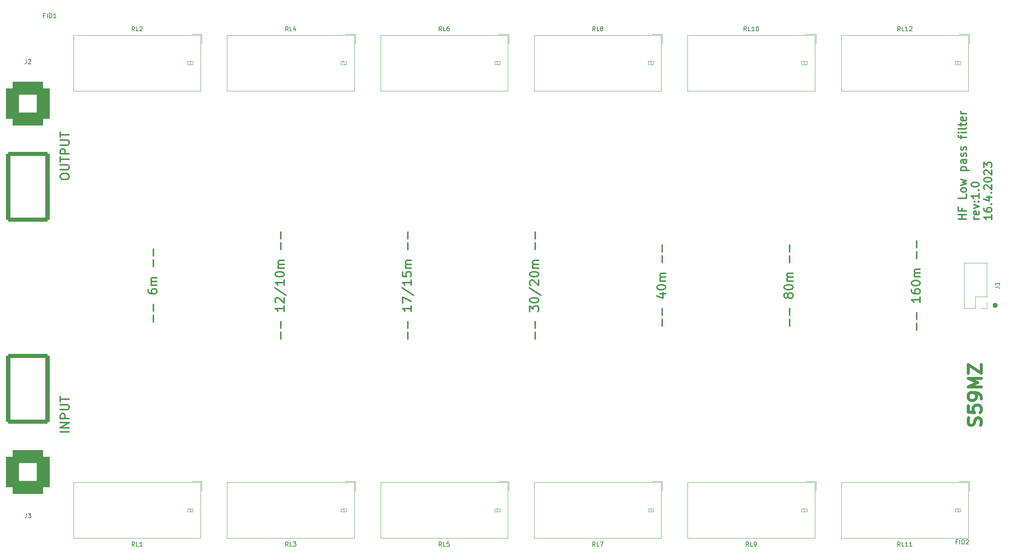
<source format=gto>
G04 #@! TF.GenerationSoftware,KiCad,Pcbnew,7.0.9-7.0.9~ubuntu20.04.1*
G04 #@! TF.CreationDate,2023-12-17T16:45:51+01:00*
G04 #@! TF.ProjectId,low_pass,6c6f775f-7061-4737-932e-6b696361645f,1.0*
G04 #@! TF.SameCoordinates,Original*
G04 #@! TF.FileFunction,Legend,Top*
G04 #@! TF.FilePolarity,Positive*
%FSLAX46Y46*%
G04 Gerber Fmt 4.6, Leading zero omitted, Abs format (unit mm)*
G04 Created by KiCad (PCBNEW 7.0.9-7.0.9~ubuntu20.04.1) date 2023-12-17 16:45:51*
%MOMM*%
%LPD*%
G01*
G04 APERTURE LIST*
G04 Aperture macros list*
%AMRoundRect*
0 Rectangle with rounded corners*
0 $1 Rounding radius*
0 $2 $3 $4 $5 $6 $7 $8 $9 X,Y pos of 4 corners*
0 Add a 4 corners polygon primitive as box body*
4,1,4,$2,$3,$4,$5,$6,$7,$8,$9,$2,$3,0*
0 Add four circle primitives for the rounded corners*
1,1,$1+$1,$2,$3*
1,1,$1+$1,$4,$5*
1,1,$1+$1,$6,$7*
1,1,$1+$1,$8,$9*
0 Add four rect primitives between the rounded corners*
20,1,$1+$1,$2,$3,$4,$5,0*
20,1,$1+$1,$4,$5,$6,$7,0*
20,1,$1+$1,$6,$7,$8,$9,0*
20,1,$1+$1,$8,$9,$2,$3,0*%
G04 Aperture macros list end*
%ADD10C,0.575000*%
%ADD11C,0.300000*%
%ADD12C,0.700000*%
%ADD13C,0.150000*%
%ADD14C,0.120000*%
%ADD15C,2.000000*%
%ADD16C,5.600000*%
%ADD17R,2.500000X2.500000*%
%ADD18O,2.500000X2.500000*%
%ADD19RoundRect,1.500000X-3.500000X3.500000X-3.500000X-3.500000X3.500000X-3.500000X3.500000X3.500000X0*%
%ADD20RoundRect,0.500000X-4.500000X7.500000X-4.500000X-7.500000X4.500000X-7.500000X4.500000X7.500000X0*%
%ADD21RoundRect,1.500000X3.500000X-3.500000X3.500000X3.500000X-3.500000X3.500000X-3.500000X-3.500000X0*%
%ADD22RoundRect,0.500000X4.500000X-7.500000X4.500000X7.500000X-4.500000X7.500000X-4.500000X-7.500000X0*%
%ADD23R,1.700000X1.700000*%
%ADD24O,1.700000X1.700000*%
%ADD25C,5.000000*%
G04 APERTURE END LIST*
D10*
X261787500Y-94000000D02*
G75*
G03*
X261787500Y-94000000I-287500J0D01*
G01*
D11*
X254919114Y-74374060D02*
X253119114Y-74374060D01*
X253976257Y-74374060D02*
X253976257Y-73345489D01*
X254919114Y-73345489D02*
X253119114Y-73345489D01*
X253976257Y-71888346D02*
X253976257Y-72488346D01*
X254919114Y-72488346D02*
X253119114Y-72488346D01*
X253119114Y-72488346D02*
X253119114Y-71631203D01*
X254919114Y-68716917D02*
X254919114Y-69574060D01*
X254919114Y-69574060D02*
X253119114Y-69574060D01*
X254919114Y-67859774D02*
X254833400Y-68031203D01*
X254833400Y-68031203D02*
X254747685Y-68116917D01*
X254747685Y-68116917D02*
X254576257Y-68202631D01*
X254576257Y-68202631D02*
X254061971Y-68202631D01*
X254061971Y-68202631D02*
X253890542Y-68116917D01*
X253890542Y-68116917D02*
X253804828Y-68031203D01*
X253804828Y-68031203D02*
X253719114Y-67859774D01*
X253719114Y-67859774D02*
X253719114Y-67602631D01*
X253719114Y-67602631D02*
X253804828Y-67431203D01*
X253804828Y-67431203D02*
X253890542Y-67345489D01*
X253890542Y-67345489D02*
X254061971Y-67259774D01*
X254061971Y-67259774D02*
X254576257Y-67259774D01*
X254576257Y-67259774D02*
X254747685Y-67345489D01*
X254747685Y-67345489D02*
X254833400Y-67431203D01*
X254833400Y-67431203D02*
X254919114Y-67602631D01*
X254919114Y-67602631D02*
X254919114Y-67859774D01*
X253719114Y-66659775D02*
X254919114Y-66316918D01*
X254919114Y-66316918D02*
X254061971Y-65974060D01*
X254061971Y-65974060D02*
X254919114Y-65631203D01*
X254919114Y-65631203D02*
X253719114Y-65288346D01*
X253719114Y-63231203D02*
X255519114Y-63231203D01*
X253804828Y-63231203D02*
X253719114Y-63059775D01*
X253719114Y-63059775D02*
X253719114Y-62716917D01*
X253719114Y-62716917D02*
X253804828Y-62545489D01*
X253804828Y-62545489D02*
X253890542Y-62459775D01*
X253890542Y-62459775D02*
X254061971Y-62374060D01*
X254061971Y-62374060D02*
X254576257Y-62374060D01*
X254576257Y-62374060D02*
X254747685Y-62459775D01*
X254747685Y-62459775D02*
X254833400Y-62545489D01*
X254833400Y-62545489D02*
X254919114Y-62716917D01*
X254919114Y-62716917D02*
X254919114Y-63059775D01*
X254919114Y-63059775D02*
X254833400Y-63231203D01*
X254919114Y-60831204D02*
X253976257Y-60831204D01*
X253976257Y-60831204D02*
X253804828Y-60916918D01*
X253804828Y-60916918D02*
X253719114Y-61088346D01*
X253719114Y-61088346D02*
X253719114Y-61431204D01*
X253719114Y-61431204D02*
X253804828Y-61602632D01*
X254833400Y-60831204D02*
X254919114Y-61002632D01*
X254919114Y-61002632D02*
X254919114Y-61431204D01*
X254919114Y-61431204D02*
X254833400Y-61602632D01*
X254833400Y-61602632D02*
X254661971Y-61688346D01*
X254661971Y-61688346D02*
X254490542Y-61688346D01*
X254490542Y-61688346D02*
X254319114Y-61602632D01*
X254319114Y-61602632D02*
X254233400Y-61431204D01*
X254233400Y-61431204D02*
X254233400Y-61002632D01*
X254233400Y-61002632D02*
X254147685Y-60831204D01*
X254833400Y-60059775D02*
X254919114Y-59888347D01*
X254919114Y-59888347D02*
X254919114Y-59545490D01*
X254919114Y-59545490D02*
X254833400Y-59374061D01*
X254833400Y-59374061D02*
X254661971Y-59288347D01*
X254661971Y-59288347D02*
X254576257Y-59288347D01*
X254576257Y-59288347D02*
X254404828Y-59374061D01*
X254404828Y-59374061D02*
X254319114Y-59545490D01*
X254319114Y-59545490D02*
X254319114Y-59802633D01*
X254319114Y-59802633D02*
X254233400Y-59974061D01*
X254233400Y-59974061D02*
X254061971Y-60059775D01*
X254061971Y-60059775D02*
X253976257Y-60059775D01*
X253976257Y-60059775D02*
X253804828Y-59974061D01*
X253804828Y-59974061D02*
X253719114Y-59802633D01*
X253719114Y-59802633D02*
X253719114Y-59545490D01*
X253719114Y-59545490D02*
X253804828Y-59374061D01*
X254833400Y-58602632D02*
X254919114Y-58431204D01*
X254919114Y-58431204D02*
X254919114Y-58088347D01*
X254919114Y-58088347D02*
X254833400Y-57916918D01*
X254833400Y-57916918D02*
X254661971Y-57831204D01*
X254661971Y-57831204D02*
X254576257Y-57831204D01*
X254576257Y-57831204D02*
X254404828Y-57916918D01*
X254404828Y-57916918D02*
X254319114Y-58088347D01*
X254319114Y-58088347D02*
X254319114Y-58345490D01*
X254319114Y-58345490D02*
X254233400Y-58516918D01*
X254233400Y-58516918D02*
X254061971Y-58602632D01*
X254061971Y-58602632D02*
X253976257Y-58602632D01*
X253976257Y-58602632D02*
X253804828Y-58516918D01*
X253804828Y-58516918D02*
X253719114Y-58345490D01*
X253719114Y-58345490D02*
X253719114Y-58088347D01*
X253719114Y-58088347D02*
X253804828Y-57916918D01*
X253719114Y-55945489D02*
X253719114Y-55259775D01*
X254919114Y-55688346D02*
X253376257Y-55688346D01*
X253376257Y-55688346D02*
X253204828Y-55602632D01*
X253204828Y-55602632D02*
X253119114Y-55431203D01*
X253119114Y-55431203D02*
X253119114Y-55259775D01*
X254919114Y-54659775D02*
X253719114Y-54659775D01*
X253119114Y-54659775D02*
X253204828Y-54745489D01*
X253204828Y-54745489D02*
X253290542Y-54659775D01*
X253290542Y-54659775D02*
X253204828Y-54574061D01*
X253204828Y-54574061D02*
X253119114Y-54659775D01*
X253119114Y-54659775D02*
X253290542Y-54659775D01*
X254919114Y-53545489D02*
X254833400Y-53716918D01*
X254833400Y-53716918D02*
X254661971Y-53802632D01*
X254661971Y-53802632D02*
X253119114Y-53802632D01*
X253719114Y-53116918D02*
X253719114Y-52431204D01*
X253119114Y-52859775D02*
X254661971Y-52859775D01*
X254661971Y-52859775D02*
X254833400Y-52774061D01*
X254833400Y-52774061D02*
X254919114Y-52602632D01*
X254919114Y-52602632D02*
X254919114Y-52431204D01*
X254833400Y-51145490D02*
X254919114Y-51316918D01*
X254919114Y-51316918D02*
X254919114Y-51659776D01*
X254919114Y-51659776D02*
X254833400Y-51831204D01*
X254833400Y-51831204D02*
X254661971Y-51916918D01*
X254661971Y-51916918D02*
X253976257Y-51916918D01*
X253976257Y-51916918D02*
X253804828Y-51831204D01*
X253804828Y-51831204D02*
X253719114Y-51659776D01*
X253719114Y-51659776D02*
X253719114Y-51316918D01*
X253719114Y-51316918D02*
X253804828Y-51145490D01*
X253804828Y-51145490D02*
X253976257Y-51059776D01*
X253976257Y-51059776D02*
X254147685Y-51059776D01*
X254147685Y-51059776D02*
X254319114Y-51916918D01*
X254919114Y-50288347D02*
X253719114Y-50288347D01*
X254061971Y-50288347D02*
X253890542Y-50202633D01*
X253890542Y-50202633D02*
X253804828Y-50116919D01*
X253804828Y-50116919D02*
X253719114Y-49945490D01*
X253719114Y-49945490D02*
X253719114Y-49774061D01*
X257817114Y-74374060D02*
X256617114Y-74374060D01*
X256959971Y-74374060D02*
X256788542Y-74288346D01*
X256788542Y-74288346D02*
X256702828Y-74202632D01*
X256702828Y-74202632D02*
X256617114Y-74031203D01*
X256617114Y-74031203D02*
X256617114Y-73859774D01*
X257731400Y-72574060D02*
X257817114Y-72745488D01*
X257817114Y-72745488D02*
X257817114Y-73088346D01*
X257817114Y-73088346D02*
X257731400Y-73259774D01*
X257731400Y-73259774D02*
X257559971Y-73345488D01*
X257559971Y-73345488D02*
X256874257Y-73345488D01*
X256874257Y-73345488D02*
X256702828Y-73259774D01*
X256702828Y-73259774D02*
X256617114Y-73088346D01*
X256617114Y-73088346D02*
X256617114Y-72745488D01*
X256617114Y-72745488D02*
X256702828Y-72574060D01*
X256702828Y-72574060D02*
X256874257Y-72488346D01*
X256874257Y-72488346D02*
X257045685Y-72488346D01*
X257045685Y-72488346D02*
X257217114Y-73345488D01*
X256617114Y-71888346D02*
X257817114Y-71459774D01*
X257817114Y-71459774D02*
X256617114Y-71031203D01*
X257645685Y-70345488D02*
X257731400Y-70259774D01*
X257731400Y-70259774D02*
X257817114Y-70345488D01*
X257817114Y-70345488D02*
X257731400Y-70431202D01*
X257731400Y-70431202D02*
X257645685Y-70345488D01*
X257645685Y-70345488D02*
X257817114Y-70345488D01*
X256702828Y-70345488D02*
X256788542Y-70259774D01*
X256788542Y-70259774D02*
X256874257Y-70345488D01*
X256874257Y-70345488D02*
X256788542Y-70431202D01*
X256788542Y-70431202D02*
X256702828Y-70345488D01*
X256702828Y-70345488D02*
X256874257Y-70345488D01*
X257817114Y-68545488D02*
X257817114Y-69574059D01*
X257817114Y-69059774D02*
X256017114Y-69059774D01*
X256017114Y-69059774D02*
X256274257Y-69231202D01*
X256274257Y-69231202D02*
X256445685Y-69402631D01*
X256445685Y-69402631D02*
X256531400Y-69574059D01*
X257645685Y-67774059D02*
X257731400Y-67688345D01*
X257731400Y-67688345D02*
X257817114Y-67774059D01*
X257817114Y-67774059D02*
X257731400Y-67859773D01*
X257731400Y-67859773D02*
X257645685Y-67774059D01*
X257645685Y-67774059D02*
X257817114Y-67774059D01*
X256017114Y-66574059D02*
X256017114Y-66402630D01*
X256017114Y-66402630D02*
X256102828Y-66231202D01*
X256102828Y-66231202D02*
X256188542Y-66145488D01*
X256188542Y-66145488D02*
X256359971Y-66059773D01*
X256359971Y-66059773D02*
X256702828Y-65974059D01*
X256702828Y-65974059D02*
X257131400Y-65974059D01*
X257131400Y-65974059D02*
X257474257Y-66059773D01*
X257474257Y-66059773D02*
X257645685Y-66145488D01*
X257645685Y-66145488D02*
X257731400Y-66231202D01*
X257731400Y-66231202D02*
X257817114Y-66402630D01*
X257817114Y-66402630D02*
X257817114Y-66574059D01*
X257817114Y-66574059D02*
X257731400Y-66745488D01*
X257731400Y-66745488D02*
X257645685Y-66831202D01*
X257645685Y-66831202D02*
X257474257Y-66916916D01*
X257474257Y-66916916D02*
X257131400Y-67002630D01*
X257131400Y-67002630D02*
X256702828Y-67002630D01*
X256702828Y-67002630D02*
X256359971Y-66916916D01*
X256359971Y-66916916D02*
X256188542Y-66831202D01*
X256188542Y-66831202D02*
X256102828Y-66745488D01*
X256102828Y-66745488D02*
X256017114Y-66574059D01*
X260715114Y-73431203D02*
X260715114Y-74459774D01*
X260715114Y-73945489D02*
X258915114Y-73945489D01*
X258915114Y-73945489D02*
X259172257Y-74116917D01*
X259172257Y-74116917D02*
X259343685Y-74288346D01*
X259343685Y-74288346D02*
X259429400Y-74459774D01*
X258915114Y-71888346D02*
X258915114Y-72231203D01*
X258915114Y-72231203D02*
X259000828Y-72402631D01*
X259000828Y-72402631D02*
X259086542Y-72488346D01*
X259086542Y-72488346D02*
X259343685Y-72659774D01*
X259343685Y-72659774D02*
X259686542Y-72745488D01*
X259686542Y-72745488D02*
X260372257Y-72745488D01*
X260372257Y-72745488D02*
X260543685Y-72659774D01*
X260543685Y-72659774D02*
X260629400Y-72574060D01*
X260629400Y-72574060D02*
X260715114Y-72402631D01*
X260715114Y-72402631D02*
X260715114Y-72059774D01*
X260715114Y-72059774D02*
X260629400Y-71888346D01*
X260629400Y-71888346D02*
X260543685Y-71802631D01*
X260543685Y-71802631D02*
X260372257Y-71716917D01*
X260372257Y-71716917D02*
X259943685Y-71716917D01*
X259943685Y-71716917D02*
X259772257Y-71802631D01*
X259772257Y-71802631D02*
X259686542Y-71888346D01*
X259686542Y-71888346D02*
X259600828Y-72059774D01*
X259600828Y-72059774D02*
X259600828Y-72402631D01*
X259600828Y-72402631D02*
X259686542Y-72574060D01*
X259686542Y-72574060D02*
X259772257Y-72659774D01*
X259772257Y-72659774D02*
X259943685Y-72745488D01*
X260543685Y-70945488D02*
X260629400Y-70859774D01*
X260629400Y-70859774D02*
X260715114Y-70945488D01*
X260715114Y-70945488D02*
X260629400Y-71031202D01*
X260629400Y-71031202D02*
X260543685Y-70945488D01*
X260543685Y-70945488D02*
X260715114Y-70945488D01*
X259515114Y-69316917D02*
X260715114Y-69316917D01*
X258829400Y-69745488D02*
X260115114Y-70174059D01*
X260115114Y-70174059D02*
X260115114Y-69059774D01*
X260543685Y-68374059D02*
X260629400Y-68288345D01*
X260629400Y-68288345D02*
X260715114Y-68374059D01*
X260715114Y-68374059D02*
X260629400Y-68459773D01*
X260629400Y-68459773D02*
X260543685Y-68374059D01*
X260543685Y-68374059D02*
X260715114Y-68374059D01*
X259086542Y-67602630D02*
X259000828Y-67516916D01*
X259000828Y-67516916D02*
X258915114Y-67345488D01*
X258915114Y-67345488D02*
X258915114Y-66916916D01*
X258915114Y-66916916D02*
X259000828Y-66745488D01*
X259000828Y-66745488D02*
X259086542Y-66659773D01*
X259086542Y-66659773D02*
X259257971Y-66574059D01*
X259257971Y-66574059D02*
X259429400Y-66574059D01*
X259429400Y-66574059D02*
X259686542Y-66659773D01*
X259686542Y-66659773D02*
X260715114Y-67688345D01*
X260715114Y-67688345D02*
X260715114Y-66574059D01*
X258915114Y-65459773D02*
X258915114Y-65288344D01*
X258915114Y-65288344D02*
X259000828Y-65116916D01*
X259000828Y-65116916D02*
X259086542Y-65031202D01*
X259086542Y-65031202D02*
X259257971Y-64945487D01*
X259257971Y-64945487D02*
X259600828Y-64859773D01*
X259600828Y-64859773D02*
X260029400Y-64859773D01*
X260029400Y-64859773D02*
X260372257Y-64945487D01*
X260372257Y-64945487D02*
X260543685Y-65031202D01*
X260543685Y-65031202D02*
X260629400Y-65116916D01*
X260629400Y-65116916D02*
X260715114Y-65288344D01*
X260715114Y-65288344D02*
X260715114Y-65459773D01*
X260715114Y-65459773D02*
X260629400Y-65631202D01*
X260629400Y-65631202D02*
X260543685Y-65716916D01*
X260543685Y-65716916D02*
X260372257Y-65802630D01*
X260372257Y-65802630D02*
X260029400Y-65888344D01*
X260029400Y-65888344D02*
X259600828Y-65888344D01*
X259600828Y-65888344D02*
X259257971Y-65802630D01*
X259257971Y-65802630D02*
X259086542Y-65716916D01*
X259086542Y-65716916D02*
X259000828Y-65631202D01*
X259000828Y-65631202D02*
X258915114Y-65459773D01*
X259086542Y-64174058D02*
X259000828Y-64088344D01*
X259000828Y-64088344D02*
X258915114Y-63916916D01*
X258915114Y-63916916D02*
X258915114Y-63488344D01*
X258915114Y-63488344D02*
X259000828Y-63316916D01*
X259000828Y-63316916D02*
X259086542Y-63231201D01*
X259086542Y-63231201D02*
X259257971Y-63145487D01*
X259257971Y-63145487D02*
X259429400Y-63145487D01*
X259429400Y-63145487D02*
X259686542Y-63231201D01*
X259686542Y-63231201D02*
X260715114Y-64259773D01*
X260715114Y-64259773D02*
X260715114Y-63145487D01*
X258915114Y-62545487D02*
X258915114Y-61431201D01*
X258915114Y-61431201D02*
X259600828Y-62031201D01*
X259600828Y-62031201D02*
X259600828Y-61774058D01*
X259600828Y-61774058D02*
X259686542Y-61602630D01*
X259686542Y-61602630D02*
X259772257Y-61516915D01*
X259772257Y-61516915D02*
X259943685Y-61431201D01*
X259943685Y-61431201D02*
X260372257Y-61431201D01*
X260372257Y-61431201D02*
X260543685Y-61516915D01*
X260543685Y-61516915D02*
X260629400Y-61602630D01*
X260629400Y-61602630D02*
X260715114Y-61774058D01*
X260715114Y-61774058D02*
X260715114Y-62288344D01*
X260715114Y-62288344D02*
X260629400Y-62459772D01*
X260629400Y-62459772D02*
X260543685Y-62545487D01*
D12*
X258208600Y-121357142D02*
X258351457Y-120928571D01*
X258351457Y-120928571D02*
X258351457Y-120214285D01*
X258351457Y-120214285D02*
X258208600Y-119928571D01*
X258208600Y-119928571D02*
X258065742Y-119785713D01*
X258065742Y-119785713D02*
X257780028Y-119642856D01*
X257780028Y-119642856D02*
X257494314Y-119642856D01*
X257494314Y-119642856D02*
X257208600Y-119785713D01*
X257208600Y-119785713D02*
X257065742Y-119928571D01*
X257065742Y-119928571D02*
X256922885Y-120214285D01*
X256922885Y-120214285D02*
X256780028Y-120785713D01*
X256780028Y-120785713D02*
X256637171Y-121071428D01*
X256637171Y-121071428D02*
X256494314Y-121214285D01*
X256494314Y-121214285D02*
X256208600Y-121357142D01*
X256208600Y-121357142D02*
X255922885Y-121357142D01*
X255922885Y-121357142D02*
X255637171Y-121214285D01*
X255637171Y-121214285D02*
X255494314Y-121071428D01*
X255494314Y-121071428D02*
X255351457Y-120785713D01*
X255351457Y-120785713D02*
X255351457Y-120071428D01*
X255351457Y-120071428D02*
X255494314Y-119642856D01*
X255351457Y-116928570D02*
X255351457Y-118357142D01*
X255351457Y-118357142D02*
X256780028Y-118499999D01*
X256780028Y-118499999D02*
X256637171Y-118357142D01*
X256637171Y-118357142D02*
X256494314Y-118071428D01*
X256494314Y-118071428D02*
X256494314Y-117357142D01*
X256494314Y-117357142D02*
X256637171Y-117071428D01*
X256637171Y-117071428D02*
X256780028Y-116928570D01*
X256780028Y-116928570D02*
X257065742Y-116785713D01*
X257065742Y-116785713D02*
X257780028Y-116785713D01*
X257780028Y-116785713D02*
X258065742Y-116928570D01*
X258065742Y-116928570D02*
X258208600Y-117071428D01*
X258208600Y-117071428D02*
X258351457Y-117357142D01*
X258351457Y-117357142D02*
X258351457Y-118071428D01*
X258351457Y-118071428D02*
X258208600Y-118357142D01*
X258208600Y-118357142D02*
X258065742Y-118499999D01*
X258351457Y-115357142D02*
X258351457Y-114785713D01*
X258351457Y-114785713D02*
X258208600Y-114499999D01*
X258208600Y-114499999D02*
X258065742Y-114357142D01*
X258065742Y-114357142D02*
X257637171Y-114071427D01*
X257637171Y-114071427D02*
X257065742Y-113928570D01*
X257065742Y-113928570D02*
X255922885Y-113928570D01*
X255922885Y-113928570D02*
X255637171Y-114071427D01*
X255637171Y-114071427D02*
X255494314Y-114214285D01*
X255494314Y-114214285D02*
X255351457Y-114499999D01*
X255351457Y-114499999D02*
X255351457Y-115071427D01*
X255351457Y-115071427D02*
X255494314Y-115357142D01*
X255494314Y-115357142D02*
X255637171Y-115499999D01*
X255637171Y-115499999D02*
X255922885Y-115642856D01*
X255922885Y-115642856D02*
X256637171Y-115642856D01*
X256637171Y-115642856D02*
X256922885Y-115499999D01*
X256922885Y-115499999D02*
X257065742Y-115357142D01*
X257065742Y-115357142D02*
X257208600Y-115071427D01*
X257208600Y-115071427D02*
X257208600Y-114499999D01*
X257208600Y-114499999D02*
X257065742Y-114214285D01*
X257065742Y-114214285D02*
X256922885Y-114071427D01*
X256922885Y-114071427D02*
X256637171Y-113928570D01*
X258351457Y-112642856D02*
X255351457Y-112642856D01*
X255351457Y-112642856D02*
X257494314Y-111642856D01*
X257494314Y-111642856D02*
X255351457Y-110642856D01*
X255351457Y-110642856D02*
X258351457Y-110642856D01*
X255351457Y-109499999D02*
X255351457Y-107499999D01*
X255351457Y-107499999D02*
X258351457Y-109499999D01*
X258351457Y-109499999D02*
X258351457Y-107499999D01*
D13*
X252928571Y-147931009D02*
X252595238Y-147931009D01*
X252595238Y-148454819D02*
X252595238Y-147454819D01*
X252595238Y-147454819D02*
X253071428Y-147454819D01*
X253452381Y-148454819D02*
X253452381Y-147454819D01*
X253928571Y-148454819D02*
X253928571Y-147454819D01*
X253928571Y-147454819D02*
X254166666Y-147454819D01*
X254166666Y-147454819D02*
X254309523Y-147502438D01*
X254309523Y-147502438D02*
X254404761Y-147597676D01*
X254404761Y-147597676D02*
X254452380Y-147692914D01*
X254452380Y-147692914D02*
X254499999Y-147883390D01*
X254499999Y-147883390D02*
X254499999Y-148026247D01*
X254499999Y-148026247D02*
X254452380Y-148216723D01*
X254452380Y-148216723D02*
X254404761Y-148311961D01*
X254404761Y-148311961D02*
X254309523Y-148407200D01*
X254309523Y-148407200D02*
X254166666Y-148454819D01*
X254166666Y-148454819D02*
X253928571Y-148454819D01*
X254880952Y-147550057D02*
X254928571Y-147502438D01*
X254928571Y-147502438D02*
X255023809Y-147454819D01*
X255023809Y-147454819D02*
X255261904Y-147454819D01*
X255261904Y-147454819D02*
X255357142Y-147502438D01*
X255357142Y-147502438D02*
X255404761Y-147550057D01*
X255404761Y-147550057D02*
X255452380Y-147645295D01*
X255452380Y-147645295D02*
X255452380Y-147740533D01*
X255452380Y-147740533D02*
X255404761Y-147883390D01*
X255404761Y-147883390D02*
X254833333Y-148454819D01*
X254833333Y-148454819D02*
X255452380Y-148454819D01*
X135328571Y-31454819D02*
X134995238Y-30978628D01*
X134757143Y-31454819D02*
X134757143Y-30454819D01*
X134757143Y-30454819D02*
X135138095Y-30454819D01*
X135138095Y-30454819D02*
X135233333Y-30502438D01*
X135233333Y-30502438D02*
X135280952Y-30550057D01*
X135280952Y-30550057D02*
X135328571Y-30645295D01*
X135328571Y-30645295D02*
X135328571Y-30788152D01*
X135328571Y-30788152D02*
X135280952Y-30883390D01*
X135280952Y-30883390D02*
X135233333Y-30931009D01*
X135233333Y-30931009D02*
X135138095Y-30978628D01*
X135138095Y-30978628D02*
X134757143Y-30978628D01*
X136233333Y-31454819D02*
X135757143Y-31454819D01*
X135757143Y-31454819D02*
X135757143Y-30454819D01*
X136995238Y-30454819D02*
X136804762Y-30454819D01*
X136804762Y-30454819D02*
X136709524Y-30502438D01*
X136709524Y-30502438D02*
X136661905Y-30550057D01*
X136661905Y-30550057D02*
X136566667Y-30692914D01*
X136566667Y-30692914D02*
X136519048Y-30883390D01*
X136519048Y-30883390D02*
X136519048Y-31264342D01*
X136519048Y-31264342D02*
X136566667Y-31359580D01*
X136566667Y-31359580D02*
X136614286Y-31407200D01*
X136614286Y-31407200D02*
X136709524Y-31454819D01*
X136709524Y-31454819D02*
X136900000Y-31454819D01*
X136900000Y-31454819D02*
X136995238Y-31407200D01*
X136995238Y-31407200D02*
X137042857Y-31359580D01*
X137042857Y-31359580D02*
X137090476Y-31264342D01*
X137090476Y-31264342D02*
X137090476Y-31026247D01*
X137090476Y-31026247D02*
X137042857Y-30931009D01*
X137042857Y-30931009D02*
X136995238Y-30883390D01*
X136995238Y-30883390D02*
X136900000Y-30835771D01*
X136900000Y-30835771D02*
X136709524Y-30835771D01*
X136709524Y-30835771D02*
X136614286Y-30883390D01*
X136614286Y-30883390D02*
X136566667Y-30931009D01*
X136566667Y-30931009D02*
X136519048Y-31026247D01*
X40666666Y-141454819D02*
X40666666Y-142169104D01*
X40666666Y-142169104D02*
X40619047Y-142311961D01*
X40619047Y-142311961D02*
X40523809Y-142407200D01*
X40523809Y-142407200D02*
X40380952Y-142454819D01*
X40380952Y-142454819D02*
X40285714Y-142454819D01*
X41047619Y-141454819D02*
X41666666Y-141454819D01*
X41666666Y-141454819D02*
X41333333Y-141835771D01*
X41333333Y-141835771D02*
X41476190Y-141835771D01*
X41476190Y-141835771D02*
X41571428Y-141883390D01*
X41571428Y-141883390D02*
X41619047Y-141931009D01*
X41619047Y-141931009D02*
X41666666Y-142026247D01*
X41666666Y-142026247D02*
X41666666Y-142264342D01*
X41666666Y-142264342D02*
X41619047Y-142359580D01*
X41619047Y-142359580D02*
X41571428Y-142407200D01*
X41571428Y-142407200D02*
X41476190Y-142454819D01*
X41476190Y-142454819D02*
X41190476Y-142454819D01*
X41190476Y-142454819D02*
X41095238Y-142407200D01*
X41095238Y-142407200D02*
X41047619Y-142359580D01*
D11*
X50409638Y-122857142D02*
X48409638Y-122857142D01*
X50409638Y-121904761D02*
X48409638Y-121904761D01*
X48409638Y-121904761D02*
X50409638Y-120761904D01*
X50409638Y-120761904D02*
X48409638Y-120761904D01*
X50409638Y-119809523D02*
X48409638Y-119809523D01*
X48409638Y-119809523D02*
X48409638Y-119047618D01*
X48409638Y-119047618D02*
X48504876Y-118857142D01*
X48504876Y-118857142D02*
X48600114Y-118761904D01*
X48600114Y-118761904D02*
X48790590Y-118666666D01*
X48790590Y-118666666D02*
X49076304Y-118666666D01*
X49076304Y-118666666D02*
X49266780Y-118761904D01*
X49266780Y-118761904D02*
X49362019Y-118857142D01*
X49362019Y-118857142D02*
X49457257Y-119047618D01*
X49457257Y-119047618D02*
X49457257Y-119809523D01*
X48409638Y-117809523D02*
X50028685Y-117809523D01*
X50028685Y-117809523D02*
X50219161Y-117714285D01*
X50219161Y-117714285D02*
X50314400Y-117619047D01*
X50314400Y-117619047D02*
X50409638Y-117428571D01*
X50409638Y-117428571D02*
X50409638Y-117047618D01*
X50409638Y-117047618D02*
X50314400Y-116857142D01*
X50314400Y-116857142D02*
X50219161Y-116761904D01*
X50219161Y-116761904D02*
X50028685Y-116666666D01*
X50028685Y-116666666D02*
X48409638Y-116666666D01*
X48409638Y-115999999D02*
X48409638Y-114857142D01*
X50409638Y-115428571D02*
X48409638Y-115428571D01*
D13*
X239852380Y-31454819D02*
X239519047Y-30978628D01*
X239280952Y-31454819D02*
X239280952Y-30454819D01*
X239280952Y-30454819D02*
X239661904Y-30454819D01*
X239661904Y-30454819D02*
X239757142Y-30502438D01*
X239757142Y-30502438D02*
X239804761Y-30550057D01*
X239804761Y-30550057D02*
X239852380Y-30645295D01*
X239852380Y-30645295D02*
X239852380Y-30788152D01*
X239852380Y-30788152D02*
X239804761Y-30883390D01*
X239804761Y-30883390D02*
X239757142Y-30931009D01*
X239757142Y-30931009D02*
X239661904Y-30978628D01*
X239661904Y-30978628D02*
X239280952Y-30978628D01*
X240757142Y-31454819D02*
X240280952Y-31454819D01*
X240280952Y-31454819D02*
X240280952Y-30454819D01*
X241614285Y-31454819D02*
X241042857Y-31454819D01*
X241328571Y-31454819D02*
X241328571Y-30454819D01*
X241328571Y-30454819D02*
X241233333Y-30597676D01*
X241233333Y-30597676D02*
X241138095Y-30692914D01*
X241138095Y-30692914D02*
X241042857Y-30740533D01*
X241995238Y-30550057D02*
X242042857Y-30502438D01*
X242042857Y-30502438D02*
X242138095Y-30454819D01*
X242138095Y-30454819D02*
X242376190Y-30454819D01*
X242376190Y-30454819D02*
X242471428Y-30502438D01*
X242471428Y-30502438D02*
X242519047Y-30550057D01*
X242519047Y-30550057D02*
X242566666Y-30645295D01*
X242566666Y-30645295D02*
X242566666Y-30740533D01*
X242566666Y-30740533D02*
X242519047Y-30883390D01*
X242519047Y-30883390D02*
X241947619Y-31454819D01*
X241947619Y-31454819D02*
X242566666Y-31454819D01*
X170328571Y-148954819D02*
X169995238Y-148478628D01*
X169757143Y-148954819D02*
X169757143Y-147954819D01*
X169757143Y-147954819D02*
X170138095Y-147954819D01*
X170138095Y-147954819D02*
X170233333Y-148002438D01*
X170233333Y-148002438D02*
X170280952Y-148050057D01*
X170280952Y-148050057D02*
X170328571Y-148145295D01*
X170328571Y-148145295D02*
X170328571Y-148288152D01*
X170328571Y-148288152D02*
X170280952Y-148383390D01*
X170280952Y-148383390D02*
X170233333Y-148431009D01*
X170233333Y-148431009D02*
X170138095Y-148478628D01*
X170138095Y-148478628D02*
X169757143Y-148478628D01*
X171233333Y-148954819D02*
X170757143Y-148954819D01*
X170757143Y-148954819D02*
X170757143Y-147954819D01*
X171471429Y-147954819D02*
X172138095Y-147954819D01*
X172138095Y-147954819D02*
X171709524Y-148954819D01*
X100328571Y-148954819D02*
X99995238Y-148478628D01*
X99757143Y-148954819D02*
X99757143Y-147954819D01*
X99757143Y-147954819D02*
X100138095Y-147954819D01*
X100138095Y-147954819D02*
X100233333Y-148002438D01*
X100233333Y-148002438D02*
X100280952Y-148050057D01*
X100280952Y-148050057D02*
X100328571Y-148145295D01*
X100328571Y-148145295D02*
X100328571Y-148288152D01*
X100328571Y-148288152D02*
X100280952Y-148383390D01*
X100280952Y-148383390D02*
X100233333Y-148431009D01*
X100233333Y-148431009D02*
X100138095Y-148478628D01*
X100138095Y-148478628D02*
X99757143Y-148478628D01*
X101233333Y-148954819D02*
X100757143Y-148954819D01*
X100757143Y-148954819D02*
X100757143Y-147954819D01*
X101471429Y-147954819D02*
X102090476Y-147954819D01*
X102090476Y-147954819D02*
X101757143Y-148335771D01*
X101757143Y-148335771D02*
X101900000Y-148335771D01*
X101900000Y-148335771D02*
X101995238Y-148383390D01*
X101995238Y-148383390D02*
X102042857Y-148431009D01*
X102042857Y-148431009D02*
X102090476Y-148526247D01*
X102090476Y-148526247D02*
X102090476Y-148764342D01*
X102090476Y-148764342D02*
X102042857Y-148859580D01*
X102042857Y-148859580D02*
X101995238Y-148907200D01*
X101995238Y-148907200D02*
X101900000Y-148954819D01*
X101900000Y-148954819D02*
X101614286Y-148954819D01*
X101614286Y-148954819D02*
X101519048Y-148907200D01*
X101519048Y-148907200D02*
X101471429Y-148859580D01*
X204852380Y-31454819D02*
X204519047Y-30978628D01*
X204280952Y-31454819D02*
X204280952Y-30454819D01*
X204280952Y-30454819D02*
X204661904Y-30454819D01*
X204661904Y-30454819D02*
X204757142Y-30502438D01*
X204757142Y-30502438D02*
X204804761Y-30550057D01*
X204804761Y-30550057D02*
X204852380Y-30645295D01*
X204852380Y-30645295D02*
X204852380Y-30788152D01*
X204852380Y-30788152D02*
X204804761Y-30883390D01*
X204804761Y-30883390D02*
X204757142Y-30931009D01*
X204757142Y-30931009D02*
X204661904Y-30978628D01*
X204661904Y-30978628D02*
X204280952Y-30978628D01*
X205757142Y-31454819D02*
X205280952Y-31454819D01*
X205280952Y-31454819D02*
X205280952Y-30454819D01*
X206614285Y-31454819D02*
X206042857Y-31454819D01*
X206328571Y-31454819D02*
X206328571Y-30454819D01*
X206328571Y-30454819D02*
X206233333Y-30597676D01*
X206233333Y-30597676D02*
X206138095Y-30692914D01*
X206138095Y-30692914D02*
X206042857Y-30740533D01*
X207233333Y-30454819D02*
X207328571Y-30454819D01*
X207328571Y-30454819D02*
X207423809Y-30502438D01*
X207423809Y-30502438D02*
X207471428Y-30550057D01*
X207471428Y-30550057D02*
X207519047Y-30645295D01*
X207519047Y-30645295D02*
X207566666Y-30835771D01*
X207566666Y-30835771D02*
X207566666Y-31073866D01*
X207566666Y-31073866D02*
X207519047Y-31264342D01*
X207519047Y-31264342D02*
X207471428Y-31359580D01*
X207471428Y-31359580D02*
X207423809Y-31407200D01*
X207423809Y-31407200D02*
X207328571Y-31454819D01*
X207328571Y-31454819D02*
X207233333Y-31454819D01*
X207233333Y-31454819D02*
X207138095Y-31407200D01*
X207138095Y-31407200D02*
X207090476Y-31359580D01*
X207090476Y-31359580D02*
X207042857Y-31264342D01*
X207042857Y-31264342D02*
X206995238Y-31073866D01*
X206995238Y-31073866D02*
X206995238Y-30835771D01*
X206995238Y-30835771D02*
X207042857Y-30645295D01*
X207042857Y-30645295D02*
X207090476Y-30550057D01*
X207090476Y-30550057D02*
X207138095Y-30502438D01*
X207138095Y-30502438D02*
X207233333Y-30454819D01*
X100328571Y-31454819D02*
X99995238Y-30978628D01*
X99757143Y-31454819D02*
X99757143Y-30454819D01*
X99757143Y-30454819D02*
X100138095Y-30454819D01*
X100138095Y-30454819D02*
X100233333Y-30502438D01*
X100233333Y-30502438D02*
X100280952Y-30550057D01*
X100280952Y-30550057D02*
X100328571Y-30645295D01*
X100328571Y-30645295D02*
X100328571Y-30788152D01*
X100328571Y-30788152D02*
X100280952Y-30883390D01*
X100280952Y-30883390D02*
X100233333Y-30931009D01*
X100233333Y-30931009D02*
X100138095Y-30978628D01*
X100138095Y-30978628D02*
X99757143Y-30978628D01*
X101233333Y-31454819D02*
X100757143Y-31454819D01*
X100757143Y-31454819D02*
X100757143Y-30454819D01*
X101995238Y-30788152D02*
X101995238Y-31454819D01*
X101757143Y-30407200D02*
X101519048Y-31121485D01*
X101519048Y-31121485D02*
X102138095Y-31121485D01*
X205328571Y-148954819D02*
X204995238Y-148478628D01*
X204757143Y-148954819D02*
X204757143Y-147954819D01*
X204757143Y-147954819D02*
X205138095Y-147954819D01*
X205138095Y-147954819D02*
X205233333Y-148002438D01*
X205233333Y-148002438D02*
X205280952Y-148050057D01*
X205280952Y-148050057D02*
X205328571Y-148145295D01*
X205328571Y-148145295D02*
X205328571Y-148288152D01*
X205328571Y-148288152D02*
X205280952Y-148383390D01*
X205280952Y-148383390D02*
X205233333Y-148431009D01*
X205233333Y-148431009D02*
X205138095Y-148478628D01*
X205138095Y-148478628D02*
X204757143Y-148478628D01*
X206233333Y-148954819D02*
X205757143Y-148954819D01*
X205757143Y-148954819D02*
X205757143Y-147954819D01*
X206614286Y-148954819D02*
X206804762Y-148954819D01*
X206804762Y-148954819D02*
X206900000Y-148907200D01*
X206900000Y-148907200D02*
X206947619Y-148859580D01*
X206947619Y-148859580D02*
X207042857Y-148716723D01*
X207042857Y-148716723D02*
X207090476Y-148526247D01*
X207090476Y-148526247D02*
X207090476Y-148145295D01*
X207090476Y-148145295D02*
X207042857Y-148050057D01*
X207042857Y-148050057D02*
X206995238Y-148002438D01*
X206995238Y-148002438D02*
X206900000Y-147954819D01*
X206900000Y-147954819D02*
X206709524Y-147954819D01*
X206709524Y-147954819D02*
X206614286Y-148002438D01*
X206614286Y-148002438D02*
X206566667Y-148050057D01*
X206566667Y-148050057D02*
X206519048Y-148145295D01*
X206519048Y-148145295D02*
X206519048Y-148383390D01*
X206519048Y-148383390D02*
X206566667Y-148478628D01*
X206566667Y-148478628D02*
X206614286Y-148526247D01*
X206614286Y-148526247D02*
X206709524Y-148573866D01*
X206709524Y-148573866D02*
X206900000Y-148573866D01*
X206900000Y-148573866D02*
X206995238Y-148526247D01*
X206995238Y-148526247D02*
X207042857Y-148478628D01*
X207042857Y-148478628D02*
X207090476Y-148383390D01*
X170328571Y-31454819D02*
X169995238Y-30978628D01*
X169757143Y-31454819D02*
X169757143Y-30454819D01*
X169757143Y-30454819D02*
X170138095Y-30454819D01*
X170138095Y-30454819D02*
X170233333Y-30502438D01*
X170233333Y-30502438D02*
X170280952Y-30550057D01*
X170280952Y-30550057D02*
X170328571Y-30645295D01*
X170328571Y-30645295D02*
X170328571Y-30788152D01*
X170328571Y-30788152D02*
X170280952Y-30883390D01*
X170280952Y-30883390D02*
X170233333Y-30931009D01*
X170233333Y-30931009D02*
X170138095Y-30978628D01*
X170138095Y-30978628D02*
X169757143Y-30978628D01*
X171233333Y-31454819D02*
X170757143Y-31454819D01*
X170757143Y-31454819D02*
X170757143Y-30454819D01*
X171709524Y-30883390D02*
X171614286Y-30835771D01*
X171614286Y-30835771D02*
X171566667Y-30788152D01*
X171566667Y-30788152D02*
X171519048Y-30692914D01*
X171519048Y-30692914D02*
X171519048Y-30645295D01*
X171519048Y-30645295D02*
X171566667Y-30550057D01*
X171566667Y-30550057D02*
X171614286Y-30502438D01*
X171614286Y-30502438D02*
X171709524Y-30454819D01*
X171709524Y-30454819D02*
X171900000Y-30454819D01*
X171900000Y-30454819D02*
X171995238Y-30502438D01*
X171995238Y-30502438D02*
X172042857Y-30550057D01*
X172042857Y-30550057D02*
X172090476Y-30645295D01*
X172090476Y-30645295D02*
X172090476Y-30692914D01*
X172090476Y-30692914D02*
X172042857Y-30788152D01*
X172042857Y-30788152D02*
X171995238Y-30835771D01*
X171995238Y-30835771D02*
X171900000Y-30883390D01*
X171900000Y-30883390D02*
X171709524Y-30883390D01*
X171709524Y-30883390D02*
X171614286Y-30931009D01*
X171614286Y-30931009D02*
X171566667Y-30978628D01*
X171566667Y-30978628D02*
X171519048Y-31073866D01*
X171519048Y-31073866D02*
X171519048Y-31264342D01*
X171519048Y-31264342D02*
X171566667Y-31359580D01*
X171566667Y-31359580D02*
X171614286Y-31407200D01*
X171614286Y-31407200D02*
X171709524Y-31454819D01*
X171709524Y-31454819D02*
X171900000Y-31454819D01*
X171900000Y-31454819D02*
X171995238Y-31407200D01*
X171995238Y-31407200D02*
X172042857Y-31359580D01*
X172042857Y-31359580D02*
X172090476Y-31264342D01*
X172090476Y-31264342D02*
X172090476Y-31073866D01*
X172090476Y-31073866D02*
X172042857Y-30978628D01*
X172042857Y-30978628D02*
X171995238Y-30931009D01*
X171995238Y-30931009D02*
X171900000Y-30883390D01*
X135328571Y-148954819D02*
X134995238Y-148478628D01*
X134757143Y-148954819D02*
X134757143Y-147954819D01*
X134757143Y-147954819D02*
X135138095Y-147954819D01*
X135138095Y-147954819D02*
X135233333Y-148002438D01*
X135233333Y-148002438D02*
X135280952Y-148050057D01*
X135280952Y-148050057D02*
X135328571Y-148145295D01*
X135328571Y-148145295D02*
X135328571Y-148288152D01*
X135328571Y-148288152D02*
X135280952Y-148383390D01*
X135280952Y-148383390D02*
X135233333Y-148431009D01*
X135233333Y-148431009D02*
X135138095Y-148478628D01*
X135138095Y-148478628D02*
X134757143Y-148478628D01*
X136233333Y-148954819D02*
X135757143Y-148954819D01*
X135757143Y-148954819D02*
X135757143Y-147954819D01*
X137042857Y-147954819D02*
X136566667Y-147954819D01*
X136566667Y-147954819D02*
X136519048Y-148431009D01*
X136519048Y-148431009D02*
X136566667Y-148383390D01*
X136566667Y-148383390D02*
X136661905Y-148335771D01*
X136661905Y-148335771D02*
X136900000Y-148335771D01*
X136900000Y-148335771D02*
X136995238Y-148383390D01*
X136995238Y-148383390D02*
X137042857Y-148431009D01*
X137042857Y-148431009D02*
X137090476Y-148526247D01*
X137090476Y-148526247D02*
X137090476Y-148764342D01*
X137090476Y-148764342D02*
X137042857Y-148859580D01*
X137042857Y-148859580D02*
X136995238Y-148907200D01*
X136995238Y-148907200D02*
X136900000Y-148954819D01*
X136900000Y-148954819D02*
X136661905Y-148954819D01*
X136661905Y-148954819D02*
X136566667Y-148907200D01*
X136566667Y-148907200D02*
X136519048Y-148859580D01*
X239852380Y-148954819D02*
X239519047Y-148478628D01*
X239280952Y-148954819D02*
X239280952Y-147954819D01*
X239280952Y-147954819D02*
X239661904Y-147954819D01*
X239661904Y-147954819D02*
X239757142Y-148002438D01*
X239757142Y-148002438D02*
X239804761Y-148050057D01*
X239804761Y-148050057D02*
X239852380Y-148145295D01*
X239852380Y-148145295D02*
X239852380Y-148288152D01*
X239852380Y-148288152D02*
X239804761Y-148383390D01*
X239804761Y-148383390D02*
X239757142Y-148431009D01*
X239757142Y-148431009D02*
X239661904Y-148478628D01*
X239661904Y-148478628D02*
X239280952Y-148478628D01*
X240757142Y-148954819D02*
X240280952Y-148954819D01*
X240280952Y-148954819D02*
X240280952Y-147954819D01*
X241614285Y-148954819D02*
X241042857Y-148954819D01*
X241328571Y-148954819D02*
X241328571Y-147954819D01*
X241328571Y-147954819D02*
X241233333Y-148097676D01*
X241233333Y-148097676D02*
X241138095Y-148192914D01*
X241138095Y-148192914D02*
X241042857Y-148240533D01*
X242566666Y-148954819D02*
X241995238Y-148954819D01*
X242280952Y-148954819D02*
X242280952Y-147954819D01*
X242280952Y-147954819D02*
X242185714Y-148097676D01*
X242185714Y-148097676D02*
X242090476Y-148192914D01*
X242090476Y-148192914D02*
X241995238Y-148240533D01*
X65328571Y-148954819D02*
X64995238Y-148478628D01*
X64757143Y-148954819D02*
X64757143Y-147954819D01*
X64757143Y-147954819D02*
X65138095Y-147954819D01*
X65138095Y-147954819D02*
X65233333Y-148002438D01*
X65233333Y-148002438D02*
X65280952Y-148050057D01*
X65280952Y-148050057D02*
X65328571Y-148145295D01*
X65328571Y-148145295D02*
X65328571Y-148288152D01*
X65328571Y-148288152D02*
X65280952Y-148383390D01*
X65280952Y-148383390D02*
X65233333Y-148431009D01*
X65233333Y-148431009D02*
X65138095Y-148478628D01*
X65138095Y-148478628D02*
X64757143Y-148478628D01*
X66233333Y-148954819D02*
X65757143Y-148954819D01*
X65757143Y-148954819D02*
X65757143Y-147954819D01*
X67090476Y-148954819D02*
X66519048Y-148954819D01*
X66804762Y-148954819D02*
X66804762Y-147954819D01*
X66804762Y-147954819D02*
X66709524Y-148097676D01*
X66709524Y-148097676D02*
X66614286Y-148192914D01*
X66614286Y-148192914D02*
X66519048Y-148240533D01*
X44928571Y-27931009D02*
X44595238Y-27931009D01*
X44595238Y-28454819D02*
X44595238Y-27454819D01*
X44595238Y-27454819D02*
X45071428Y-27454819D01*
X45452381Y-28454819D02*
X45452381Y-27454819D01*
X45928571Y-28454819D02*
X45928571Y-27454819D01*
X45928571Y-27454819D02*
X46166666Y-27454819D01*
X46166666Y-27454819D02*
X46309523Y-27502438D01*
X46309523Y-27502438D02*
X46404761Y-27597676D01*
X46404761Y-27597676D02*
X46452380Y-27692914D01*
X46452380Y-27692914D02*
X46499999Y-27883390D01*
X46499999Y-27883390D02*
X46499999Y-28026247D01*
X46499999Y-28026247D02*
X46452380Y-28216723D01*
X46452380Y-28216723D02*
X46404761Y-28311961D01*
X46404761Y-28311961D02*
X46309523Y-28407200D01*
X46309523Y-28407200D02*
X46166666Y-28454819D01*
X46166666Y-28454819D02*
X45928571Y-28454819D01*
X47452380Y-28454819D02*
X46880952Y-28454819D01*
X47166666Y-28454819D02*
X47166666Y-27454819D01*
X47166666Y-27454819D02*
X47071428Y-27597676D01*
X47071428Y-27597676D02*
X46976190Y-27692914D01*
X46976190Y-27692914D02*
X46880952Y-27740533D01*
X65328571Y-31454819D02*
X64995238Y-30978628D01*
X64757143Y-31454819D02*
X64757143Y-30454819D01*
X64757143Y-30454819D02*
X65138095Y-30454819D01*
X65138095Y-30454819D02*
X65233333Y-30502438D01*
X65233333Y-30502438D02*
X65280952Y-30550057D01*
X65280952Y-30550057D02*
X65328571Y-30645295D01*
X65328571Y-30645295D02*
X65328571Y-30788152D01*
X65328571Y-30788152D02*
X65280952Y-30883390D01*
X65280952Y-30883390D02*
X65233333Y-30931009D01*
X65233333Y-30931009D02*
X65138095Y-30978628D01*
X65138095Y-30978628D02*
X64757143Y-30978628D01*
X66233333Y-31454819D02*
X65757143Y-31454819D01*
X65757143Y-31454819D02*
X65757143Y-30454819D01*
X66519048Y-30550057D02*
X66566667Y-30502438D01*
X66566667Y-30502438D02*
X66661905Y-30454819D01*
X66661905Y-30454819D02*
X66900000Y-30454819D01*
X66900000Y-30454819D02*
X66995238Y-30502438D01*
X66995238Y-30502438D02*
X67042857Y-30550057D01*
X67042857Y-30550057D02*
X67090476Y-30645295D01*
X67090476Y-30645295D02*
X67090476Y-30740533D01*
X67090476Y-30740533D02*
X67042857Y-30883390D01*
X67042857Y-30883390D02*
X66471429Y-31454819D01*
X66471429Y-31454819D02*
X67090476Y-31454819D01*
X40666666Y-37954819D02*
X40666666Y-38669104D01*
X40666666Y-38669104D02*
X40619047Y-38811961D01*
X40619047Y-38811961D02*
X40523809Y-38907200D01*
X40523809Y-38907200D02*
X40380952Y-38954819D01*
X40380952Y-38954819D02*
X40285714Y-38954819D01*
X41095238Y-38050057D02*
X41142857Y-38002438D01*
X41142857Y-38002438D02*
X41238095Y-37954819D01*
X41238095Y-37954819D02*
X41476190Y-37954819D01*
X41476190Y-37954819D02*
X41571428Y-38002438D01*
X41571428Y-38002438D02*
X41619047Y-38050057D01*
X41619047Y-38050057D02*
X41666666Y-38145295D01*
X41666666Y-38145295D02*
X41666666Y-38240533D01*
X41666666Y-38240533D02*
X41619047Y-38383390D01*
X41619047Y-38383390D02*
X41047619Y-38954819D01*
X41047619Y-38954819D02*
X41666666Y-38954819D01*
D11*
X48409638Y-64809524D02*
X48409638Y-64428571D01*
X48409638Y-64428571D02*
X48504876Y-64238095D01*
X48504876Y-64238095D02*
X48695352Y-64047619D01*
X48695352Y-64047619D02*
X49076304Y-63952381D01*
X49076304Y-63952381D02*
X49742971Y-63952381D01*
X49742971Y-63952381D02*
X50123923Y-64047619D01*
X50123923Y-64047619D02*
X50314400Y-64238095D01*
X50314400Y-64238095D02*
X50409638Y-64428571D01*
X50409638Y-64428571D02*
X50409638Y-64809524D01*
X50409638Y-64809524D02*
X50314400Y-65000000D01*
X50314400Y-65000000D02*
X50123923Y-65190476D01*
X50123923Y-65190476D02*
X49742971Y-65285714D01*
X49742971Y-65285714D02*
X49076304Y-65285714D01*
X49076304Y-65285714D02*
X48695352Y-65190476D01*
X48695352Y-65190476D02*
X48504876Y-65000000D01*
X48504876Y-65000000D02*
X48409638Y-64809524D01*
X48409638Y-63095238D02*
X50028685Y-63095238D01*
X50028685Y-63095238D02*
X50219161Y-63000000D01*
X50219161Y-63000000D02*
X50314400Y-62904762D01*
X50314400Y-62904762D02*
X50409638Y-62714286D01*
X50409638Y-62714286D02*
X50409638Y-62333333D01*
X50409638Y-62333333D02*
X50314400Y-62142857D01*
X50314400Y-62142857D02*
X50219161Y-62047619D01*
X50219161Y-62047619D02*
X50028685Y-61952381D01*
X50028685Y-61952381D02*
X48409638Y-61952381D01*
X48409638Y-61285714D02*
X48409638Y-60142857D01*
X50409638Y-60714286D02*
X48409638Y-60714286D01*
X50409638Y-59476190D02*
X48409638Y-59476190D01*
X48409638Y-59476190D02*
X48409638Y-58714285D01*
X48409638Y-58714285D02*
X48504876Y-58523809D01*
X48504876Y-58523809D02*
X48600114Y-58428571D01*
X48600114Y-58428571D02*
X48790590Y-58333333D01*
X48790590Y-58333333D02*
X49076304Y-58333333D01*
X49076304Y-58333333D02*
X49266780Y-58428571D01*
X49266780Y-58428571D02*
X49362019Y-58523809D01*
X49362019Y-58523809D02*
X49457257Y-58714285D01*
X49457257Y-58714285D02*
X49457257Y-59476190D01*
X48409638Y-57476190D02*
X50028685Y-57476190D01*
X50028685Y-57476190D02*
X50219161Y-57380952D01*
X50219161Y-57380952D02*
X50314400Y-57285714D01*
X50314400Y-57285714D02*
X50409638Y-57095238D01*
X50409638Y-57095238D02*
X50409638Y-56714285D01*
X50409638Y-56714285D02*
X50314400Y-56523809D01*
X50314400Y-56523809D02*
X50219161Y-56428571D01*
X50219161Y-56428571D02*
X50028685Y-56333333D01*
X50028685Y-56333333D02*
X48409638Y-56333333D01*
X48409638Y-55666666D02*
X48409638Y-54523809D01*
X50409638Y-55095238D02*
X48409638Y-55095238D01*
D13*
X261454819Y-89833333D02*
X262169104Y-89833333D01*
X262169104Y-89833333D02*
X262311961Y-89880952D01*
X262311961Y-89880952D02*
X262407200Y-89976190D01*
X262407200Y-89976190D02*
X262454819Y-90119047D01*
X262454819Y-90119047D02*
X262454819Y-90214285D01*
X262454819Y-88833333D02*
X262454819Y-89404761D01*
X262454819Y-89119047D02*
X261454819Y-89119047D01*
X261454819Y-89119047D02*
X261597676Y-89214285D01*
X261597676Y-89214285D02*
X261692914Y-89309523D01*
X261692914Y-89309523D02*
X261740533Y-89404761D01*
D11*
X243647733Y-99690475D02*
X243647733Y-98166666D01*
X243647733Y-97214285D02*
X243647733Y-95690476D01*
X244409638Y-92166666D02*
X244409638Y-93309523D01*
X244409638Y-92738095D02*
X242409638Y-92738095D01*
X242409638Y-92738095D02*
X242695352Y-92928571D01*
X242695352Y-92928571D02*
X242885828Y-93119047D01*
X242885828Y-93119047D02*
X242981066Y-93309523D01*
X242409638Y-90452380D02*
X242409638Y-90833333D01*
X242409638Y-90833333D02*
X242504876Y-91023809D01*
X242504876Y-91023809D02*
X242600114Y-91119047D01*
X242600114Y-91119047D02*
X242885828Y-91309523D01*
X242885828Y-91309523D02*
X243266780Y-91404761D01*
X243266780Y-91404761D02*
X244028685Y-91404761D01*
X244028685Y-91404761D02*
X244219161Y-91309523D01*
X244219161Y-91309523D02*
X244314400Y-91214285D01*
X244314400Y-91214285D02*
X244409638Y-91023809D01*
X244409638Y-91023809D02*
X244409638Y-90642856D01*
X244409638Y-90642856D02*
X244314400Y-90452380D01*
X244314400Y-90452380D02*
X244219161Y-90357142D01*
X244219161Y-90357142D02*
X244028685Y-90261904D01*
X244028685Y-90261904D02*
X243552495Y-90261904D01*
X243552495Y-90261904D02*
X243362019Y-90357142D01*
X243362019Y-90357142D02*
X243266780Y-90452380D01*
X243266780Y-90452380D02*
X243171542Y-90642856D01*
X243171542Y-90642856D02*
X243171542Y-91023809D01*
X243171542Y-91023809D02*
X243266780Y-91214285D01*
X243266780Y-91214285D02*
X243362019Y-91309523D01*
X243362019Y-91309523D02*
X243552495Y-91404761D01*
X242409638Y-89023809D02*
X242409638Y-88833332D01*
X242409638Y-88833332D02*
X242504876Y-88642856D01*
X242504876Y-88642856D02*
X242600114Y-88547618D01*
X242600114Y-88547618D02*
X242790590Y-88452380D01*
X242790590Y-88452380D02*
X243171542Y-88357142D01*
X243171542Y-88357142D02*
X243647733Y-88357142D01*
X243647733Y-88357142D02*
X244028685Y-88452380D01*
X244028685Y-88452380D02*
X244219161Y-88547618D01*
X244219161Y-88547618D02*
X244314400Y-88642856D01*
X244314400Y-88642856D02*
X244409638Y-88833332D01*
X244409638Y-88833332D02*
X244409638Y-89023809D01*
X244409638Y-89023809D02*
X244314400Y-89214285D01*
X244314400Y-89214285D02*
X244219161Y-89309523D01*
X244219161Y-89309523D02*
X244028685Y-89404761D01*
X244028685Y-89404761D02*
X243647733Y-89499999D01*
X243647733Y-89499999D02*
X243171542Y-89499999D01*
X243171542Y-89499999D02*
X242790590Y-89404761D01*
X242790590Y-89404761D02*
X242600114Y-89309523D01*
X242600114Y-89309523D02*
X242504876Y-89214285D01*
X242504876Y-89214285D02*
X242409638Y-89023809D01*
X244409638Y-87499999D02*
X243076304Y-87499999D01*
X243266780Y-87499999D02*
X243171542Y-87404761D01*
X243171542Y-87404761D02*
X243076304Y-87214285D01*
X243076304Y-87214285D02*
X243076304Y-86928570D01*
X243076304Y-86928570D02*
X243171542Y-86738094D01*
X243171542Y-86738094D02*
X243362019Y-86642856D01*
X243362019Y-86642856D02*
X244409638Y-86642856D01*
X243362019Y-86642856D02*
X243171542Y-86547618D01*
X243171542Y-86547618D02*
X243076304Y-86357142D01*
X243076304Y-86357142D02*
X243076304Y-86071428D01*
X243076304Y-86071428D02*
X243171542Y-85880951D01*
X243171542Y-85880951D02*
X243362019Y-85785713D01*
X243362019Y-85785713D02*
X244409638Y-85785713D01*
X243647733Y-83309522D02*
X243647733Y-81785713D01*
X243647733Y-80833332D02*
X243647733Y-79309523D01*
X185647733Y-98738094D02*
X185647733Y-97214285D01*
X185647733Y-96261904D02*
X185647733Y-94738095D01*
X185076304Y-91404761D02*
X186409638Y-91404761D01*
X184314400Y-91880952D02*
X185742971Y-92357142D01*
X185742971Y-92357142D02*
X185742971Y-91119047D01*
X184409638Y-89976190D02*
X184409638Y-89785713D01*
X184409638Y-89785713D02*
X184504876Y-89595237D01*
X184504876Y-89595237D02*
X184600114Y-89499999D01*
X184600114Y-89499999D02*
X184790590Y-89404761D01*
X184790590Y-89404761D02*
X185171542Y-89309523D01*
X185171542Y-89309523D02*
X185647733Y-89309523D01*
X185647733Y-89309523D02*
X186028685Y-89404761D01*
X186028685Y-89404761D02*
X186219161Y-89499999D01*
X186219161Y-89499999D02*
X186314400Y-89595237D01*
X186314400Y-89595237D02*
X186409638Y-89785713D01*
X186409638Y-89785713D02*
X186409638Y-89976190D01*
X186409638Y-89976190D02*
X186314400Y-90166666D01*
X186314400Y-90166666D02*
X186219161Y-90261904D01*
X186219161Y-90261904D02*
X186028685Y-90357142D01*
X186028685Y-90357142D02*
X185647733Y-90452380D01*
X185647733Y-90452380D02*
X185171542Y-90452380D01*
X185171542Y-90452380D02*
X184790590Y-90357142D01*
X184790590Y-90357142D02*
X184600114Y-90261904D01*
X184600114Y-90261904D02*
X184504876Y-90166666D01*
X184504876Y-90166666D02*
X184409638Y-89976190D01*
X186409638Y-88452380D02*
X185076304Y-88452380D01*
X185266780Y-88452380D02*
X185171542Y-88357142D01*
X185171542Y-88357142D02*
X185076304Y-88166666D01*
X185076304Y-88166666D02*
X185076304Y-87880951D01*
X185076304Y-87880951D02*
X185171542Y-87690475D01*
X185171542Y-87690475D02*
X185362019Y-87595237D01*
X185362019Y-87595237D02*
X186409638Y-87595237D01*
X185362019Y-87595237D02*
X185171542Y-87499999D01*
X185171542Y-87499999D02*
X185076304Y-87309523D01*
X185076304Y-87309523D02*
X185076304Y-87023809D01*
X185076304Y-87023809D02*
X185171542Y-86833332D01*
X185171542Y-86833332D02*
X185362019Y-86738094D01*
X185362019Y-86738094D02*
X186409638Y-86738094D01*
X185647733Y-84261903D02*
X185647733Y-82738094D01*
X185647733Y-81785713D02*
X185647733Y-80261904D01*
X214647733Y-98738094D02*
X214647733Y-97214285D01*
X214647733Y-96261904D02*
X214647733Y-94738095D01*
X214266780Y-91976190D02*
X214171542Y-92166666D01*
X214171542Y-92166666D02*
X214076304Y-92261904D01*
X214076304Y-92261904D02*
X213885828Y-92357142D01*
X213885828Y-92357142D02*
X213790590Y-92357142D01*
X213790590Y-92357142D02*
X213600114Y-92261904D01*
X213600114Y-92261904D02*
X213504876Y-92166666D01*
X213504876Y-92166666D02*
X213409638Y-91976190D01*
X213409638Y-91976190D02*
X213409638Y-91595237D01*
X213409638Y-91595237D02*
X213504876Y-91404761D01*
X213504876Y-91404761D02*
X213600114Y-91309523D01*
X213600114Y-91309523D02*
X213790590Y-91214285D01*
X213790590Y-91214285D02*
X213885828Y-91214285D01*
X213885828Y-91214285D02*
X214076304Y-91309523D01*
X214076304Y-91309523D02*
X214171542Y-91404761D01*
X214171542Y-91404761D02*
X214266780Y-91595237D01*
X214266780Y-91595237D02*
X214266780Y-91976190D01*
X214266780Y-91976190D02*
X214362019Y-92166666D01*
X214362019Y-92166666D02*
X214457257Y-92261904D01*
X214457257Y-92261904D02*
X214647733Y-92357142D01*
X214647733Y-92357142D02*
X215028685Y-92357142D01*
X215028685Y-92357142D02*
X215219161Y-92261904D01*
X215219161Y-92261904D02*
X215314400Y-92166666D01*
X215314400Y-92166666D02*
X215409638Y-91976190D01*
X215409638Y-91976190D02*
X215409638Y-91595237D01*
X215409638Y-91595237D02*
X215314400Y-91404761D01*
X215314400Y-91404761D02*
X215219161Y-91309523D01*
X215219161Y-91309523D02*
X215028685Y-91214285D01*
X215028685Y-91214285D02*
X214647733Y-91214285D01*
X214647733Y-91214285D02*
X214457257Y-91309523D01*
X214457257Y-91309523D02*
X214362019Y-91404761D01*
X214362019Y-91404761D02*
X214266780Y-91595237D01*
X213409638Y-89976190D02*
X213409638Y-89785713D01*
X213409638Y-89785713D02*
X213504876Y-89595237D01*
X213504876Y-89595237D02*
X213600114Y-89499999D01*
X213600114Y-89499999D02*
X213790590Y-89404761D01*
X213790590Y-89404761D02*
X214171542Y-89309523D01*
X214171542Y-89309523D02*
X214647733Y-89309523D01*
X214647733Y-89309523D02*
X215028685Y-89404761D01*
X215028685Y-89404761D02*
X215219161Y-89499999D01*
X215219161Y-89499999D02*
X215314400Y-89595237D01*
X215314400Y-89595237D02*
X215409638Y-89785713D01*
X215409638Y-89785713D02*
X215409638Y-89976190D01*
X215409638Y-89976190D02*
X215314400Y-90166666D01*
X215314400Y-90166666D02*
X215219161Y-90261904D01*
X215219161Y-90261904D02*
X215028685Y-90357142D01*
X215028685Y-90357142D02*
X214647733Y-90452380D01*
X214647733Y-90452380D02*
X214171542Y-90452380D01*
X214171542Y-90452380D02*
X213790590Y-90357142D01*
X213790590Y-90357142D02*
X213600114Y-90261904D01*
X213600114Y-90261904D02*
X213504876Y-90166666D01*
X213504876Y-90166666D02*
X213409638Y-89976190D01*
X215409638Y-88452380D02*
X214076304Y-88452380D01*
X214266780Y-88452380D02*
X214171542Y-88357142D01*
X214171542Y-88357142D02*
X214076304Y-88166666D01*
X214076304Y-88166666D02*
X214076304Y-87880951D01*
X214076304Y-87880951D02*
X214171542Y-87690475D01*
X214171542Y-87690475D02*
X214362019Y-87595237D01*
X214362019Y-87595237D02*
X215409638Y-87595237D01*
X214362019Y-87595237D02*
X214171542Y-87499999D01*
X214171542Y-87499999D02*
X214076304Y-87309523D01*
X214076304Y-87309523D02*
X214076304Y-87023809D01*
X214076304Y-87023809D02*
X214171542Y-86833332D01*
X214171542Y-86833332D02*
X214362019Y-86738094D01*
X214362019Y-86738094D02*
X215409638Y-86738094D01*
X214647733Y-84261903D02*
X214647733Y-82738094D01*
X214647733Y-81785713D02*
X214647733Y-80261904D01*
X127647733Y-101690475D02*
X127647733Y-100166666D01*
X127647733Y-99214285D02*
X127647733Y-97690476D01*
X128409638Y-94166666D02*
X128409638Y-95309523D01*
X128409638Y-94738095D02*
X126409638Y-94738095D01*
X126409638Y-94738095D02*
X126695352Y-94928571D01*
X126695352Y-94928571D02*
X126885828Y-95119047D01*
X126885828Y-95119047D02*
X126981066Y-95309523D01*
X126409638Y-93499999D02*
X126409638Y-92166666D01*
X126409638Y-92166666D02*
X128409638Y-93023809D01*
X126314400Y-89976190D02*
X128885828Y-91690475D01*
X128409638Y-88261904D02*
X128409638Y-89404761D01*
X128409638Y-88833333D02*
X126409638Y-88833333D01*
X126409638Y-88833333D02*
X126695352Y-89023809D01*
X126695352Y-89023809D02*
X126885828Y-89214285D01*
X126885828Y-89214285D02*
X126981066Y-89404761D01*
X126409638Y-86452380D02*
X126409638Y-87404761D01*
X126409638Y-87404761D02*
X127362019Y-87499999D01*
X127362019Y-87499999D02*
X127266780Y-87404761D01*
X127266780Y-87404761D02*
X127171542Y-87214285D01*
X127171542Y-87214285D02*
X127171542Y-86738094D01*
X127171542Y-86738094D02*
X127266780Y-86547618D01*
X127266780Y-86547618D02*
X127362019Y-86452380D01*
X127362019Y-86452380D02*
X127552495Y-86357142D01*
X127552495Y-86357142D02*
X128028685Y-86357142D01*
X128028685Y-86357142D02*
X128219161Y-86452380D01*
X128219161Y-86452380D02*
X128314400Y-86547618D01*
X128314400Y-86547618D02*
X128409638Y-86738094D01*
X128409638Y-86738094D02*
X128409638Y-87214285D01*
X128409638Y-87214285D02*
X128314400Y-87404761D01*
X128314400Y-87404761D02*
X128219161Y-87499999D01*
X128409638Y-85499999D02*
X127076304Y-85499999D01*
X127266780Y-85499999D02*
X127171542Y-85404761D01*
X127171542Y-85404761D02*
X127076304Y-85214285D01*
X127076304Y-85214285D02*
X127076304Y-84928570D01*
X127076304Y-84928570D02*
X127171542Y-84738094D01*
X127171542Y-84738094D02*
X127362019Y-84642856D01*
X127362019Y-84642856D02*
X128409638Y-84642856D01*
X127362019Y-84642856D02*
X127171542Y-84547618D01*
X127171542Y-84547618D02*
X127076304Y-84357142D01*
X127076304Y-84357142D02*
X127076304Y-84071428D01*
X127076304Y-84071428D02*
X127171542Y-83880951D01*
X127171542Y-83880951D02*
X127362019Y-83785713D01*
X127362019Y-83785713D02*
X128409638Y-83785713D01*
X127647733Y-81309522D02*
X127647733Y-79785713D01*
X127647733Y-78833332D02*
X127647733Y-77309523D01*
X98647733Y-101690475D02*
X98647733Y-100166666D01*
X98647733Y-99214285D02*
X98647733Y-97690476D01*
X99409638Y-94166666D02*
X99409638Y-95309523D01*
X99409638Y-94738095D02*
X97409638Y-94738095D01*
X97409638Y-94738095D02*
X97695352Y-94928571D01*
X97695352Y-94928571D02*
X97885828Y-95119047D01*
X97885828Y-95119047D02*
X97981066Y-95309523D01*
X97600114Y-93404761D02*
X97504876Y-93309523D01*
X97504876Y-93309523D02*
X97409638Y-93119047D01*
X97409638Y-93119047D02*
X97409638Y-92642856D01*
X97409638Y-92642856D02*
X97504876Y-92452380D01*
X97504876Y-92452380D02*
X97600114Y-92357142D01*
X97600114Y-92357142D02*
X97790590Y-92261904D01*
X97790590Y-92261904D02*
X97981066Y-92261904D01*
X97981066Y-92261904D02*
X98266780Y-92357142D01*
X98266780Y-92357142D02*
X99409638Y-93499999D01*
X99409638Y-93499999D02*
X99409638Y-92261904D01*
X97314400Y-89976190D02*
X99885828Y-91690475D01*
X99409638Y-88261904D02*
X99409638Y-89404761D01*
X99409638Y-88833333D02*
X97409638Y-88833333D01*
X97409638Y-88833333D02*
X97695352Y-89023809D01*
X97695352Y-89023809D02*
X97885828Y-89214285D01*
X97885828Y-89214285D02*
X97981066Y-89404761D01*
X97409638Y-87023809D02*
X97409638Y-86833332D01*
X97409638Y-86833332D02*
X97504876Y-86642856D01*
X97504876Y-86642856D02*
X97600114Y-86547618D01*
X97600114Y-86547618D02*
X97790590Y-86452380D01*
X97790590Y-86452380D02*
X98171542Y-86357142D01*
X98171542Y-86357142D02*
X98647733Y-86357142D01*
X98647733Y-86357142D02*
X99028685Y-86452380D01*
X99028685Y-86452380D02*
X99219161Y-86547618D01*
X99219161Y-86547618D02*
X99314400Y-86642856D01*
X99314400Y-86642856D02*
X99409638Y-86833332D01*
X99409638Y-86833332D02*
X99409638Y-87023809D01*
X99409638Y-87023809D02*
X99314400Y-87214285D01*
X99314400Y-87214285D02*
X99219161Y-87309523D01*
X99219161Y-87309523D02*
X99028685Y-87404761D01*
X99028685Y-87404761D02*
X98647733Y-87499999D01*
X98647733Y-87499999D02*
X98171542Y-87499999D01*
X98171542Y-87499999D02*
X97790590Y-87404761D01*
X97790590Y-87404761D02*
X97600114Y-87309523D01*
X97600114Y-87309523D02*
X97504876Y-87214285D01*
X97504876Y-87214285D02*
X97409638Y-87023809D01*
X99409638Y-85499999D02*
X98076304Y-85499999D01*
X98266780Y-85499999D02*
X98171542Y-85404761D01*
X98171542Y-85404761D02*
X98076304Y-85214285D01*
X98076304Y-85214285D02*
X98076304Y-84928570D01*
X98076304Y-84928570D02*
X98171542Y-84738094D01*
X98171542Y-84738094D02*
X98362019Y-84642856D01*
X98362019Y-84642856D02*
X99409638Y-84642856D01*
X98362019Y-84642856D02*
X98171542Y-84547618D01*
X98171542Y-84547618D02*
X98076304Y-84357142D01*
X98076304Y-84357142D02*
X98076304Y-84071428D01*
X98076304Y-84071428D02*
X98171542Y-83880951D01*
X98171542Y-83880951D02*
X98362019Y-83785713D01*
X98362019Y-83785713D02*
X99409638Y-83785713D01*
X98647733Y-81309522D02*
X98647733Y-79785713D01*
X98647733Y-78833332D02*
X98647733Y-77309523D01*
X156647733Y-101690475D02*
X156647733Y-100166666D01*
X156647733Y-99214285D02*
X156647733Y-97690476D01*
X155409638Y-95404761D02*
X155409638Y-94166666D01*
X155409638Y-94166666D02*
X156171542Y-94833333D01*
X156171542Y-94833333D02*
X156171542Y-94547618D01*
X156171542Y-94547618D02*
X156266780Y-94357142D01*
X156266780Y-94357142D02*
X156362019Y-94261904D01*
X156362019Y-94261904D02*
X156552495Y-94166666D01*
X156552495Y-94166666D02*
X157028685Y-94166666D01*
X157028685Y-94166666D02*
X157219161Y-94261904D01*
X157219161Y-94261904D02*
X157314400Y-94357142D01*
X157314400Y-94357142D02*
X157409638Y-94547618D01*
X157409638Y-94547618D02*
X157409638Y-95119047D01*
X157409638Y-95119047D02*
X157314400Y-95309523D01*
X157314400Y-95309523D02*
X157219161Y-95404761D01*
X155409638Y-92928571D02*
X155409638Y-92738094D01*
X155409638Y-92738094D02*
X155504876Y-92547618D01*
X155504876Y-92547618D02*
X155600114Y-92452380D01*
X155600114Y-92452380D02*
X155790590Y-92357142D01*
X155790590Y-92357142D02*
X156171542Y-92261904D01*
X156171542Y-92261904D02*
X156647733Y-92261904D01*
X156647733Y-92261904D02*
X157028685Y-92357142D01*
X157028685Y-92357142D02*
X157219161Y-92452380D01*
X157219161Y-92452380D02*
X157314400Y-92547618D01*
X157314400Y-92547618D02*
X157409638Y-92738094D01*
X157409638Y-92738094D02*
X157409638Y-92928571D01*
X157409638Y-92928571D02*
X157314400Y-93119047D01*
X157314400Y-93119047D02*
X157219161Y-93214285D01*
X157219161Y-93214285D02*
X157028685Y-93309523D01*
X157028685Y-93309523D02*
X156647733Y-93404761D01*
X156647733Y-93404761D02*
X156171542Y-93404761D01*
X156171542Y-93404761D02*
X155790590Y-93309523D01*
X155790590Y-93309523D02*
X155600114Y-93214285D01*
X155600114Y-93214285D02*
X155504876Y-93119047D01*
X155504876Y-93119047D02*
X155409638Y-92928571D01*
X155314400Y-89976190D02*
X157885828Y-91690475D01*
X155600114Y-89404761D02*
X155504876Y-89309523D01*
X155504876Y-89309523D02*
X155409638Y-89119047D01*
X155409638Y-89119047D02*
X155409638Y-88642856D01*
X155409638Y-88642856D02*
X155504876Y-88452380D01*
X155504876Y-88452380D02*
X155600114Y-88357142D01*
X155600114Y-88357142D02*
X155790590Y-88261904D01*
X155790590Y-88261904D02*
X155981066Y-88261904D01*
X155981066Y-88261904D02*
X156266780Y-88357142D01*
X156266780Y-88357142D02*
X157409638Y-89499999D01*
X157409638Y-89499999D02*
X157409638Y-88261904D01*
X155409638Y-87023809D02*
X155409638Y-86833332D01*
X155409638Y-86833332D02*
X155504876Y-86642856D01*
X155504876Y-86642856D02*
X155600114Y-86547618D01*
X155600114Y-86547618D02*
X155790590Y-86452380D01*
X155790590Y-86452380D02*
X156171542Y-86357142D01*
X156171542Y-86357142D02*
X156647733Y-86357142D01*
X156647733Y-86357142D02*
X157028685Y-86452380D01*
X157028685Y-86452380D02*
X157219161Y-86547618D01*
X157219161Y-86547618D02*
X157314400Y-86642856D01*
X157314400Y-86642856D02*
X157409638Y-86833332D01*
X157409638Y-86833332D02*
X157409638Y-87023809D01*
X157409638Y-87023809D02*
X157314400Y-87214285D01*
X157314400Y-87214285D02*
X157219161Y-87309523D01*
X157219161Y-87309523D02*
X157028685Y-87404761D01*
X157028685Y-87404761D02*
X156647733Y-87499999D01*
X156647733Y-87499999D02*
X156171542Y-87499999D01*
X156171542Y-87499999D02*
X155790590Y-87404761D01*
X155790590Y-87404761D02*
X155600114Y-87309523D01*
X155600114Y-87309523D02*
X155504876Y-87214285D01*
X155504876Y-87214285D02*
X155409638Y-87023809D01*
X157409638Y-85499999D02*
X156076304Y-85499999D01*
X156266780Y-85499999D02*
X156171542Y-85404761D01*
X156171542Y-85404761D02*
X156076304Y-85214285D01*
X156076304Y-85214285D02*
X156076304Y-84928570D01*
X156076304Y-84928570D02*
X156171542Y-84738094D01*
X156171542Y-84738094D02*
X156362019Y-84642856D01*
X156362019Y-84642856D02*
X157409638Y-84642856D01*
X156362019Y-84642856D02*
X156171542Y-84547618D01*
X156171542Y-84547618D02*
X156076304Y-84357142D01*
X156076304Y-84357142D02*
X156076304Y-84071428D01*
X156076304Y-84071428D02*
X156171542Y-83880951D01*
X156171542Y-83880951D02*
X156362019Y-83785713D01*
X156362019Y-83785713D02*
X157409638Y-83785713D01*
X156647733Y-81309522D02*
X156647733Y-79785713D01*
X156647733Y-78833332D02*
X156647733Y-77309523D01*
X69647733Y-97785713D02*
X69647733Y-96261904D01*
X69647733Y-95309523D02*
X69647733Y-93785714D01*
X68409638Y-90452380D02*
X68409638Y-90833333D01*
X68409638Y-90833333D02*
X68504876Y-91023809D01*
X68504876Y-91023809D02*
X68600114Y-91119047D01*
X68600114Y-91119047D02*
X68885828Y-91309523D01*
X68885828Y-91309523D02*
X69266780Y-91404761D01*
X69266780Y-91404761D02*
X70028685Y-91404761D01*
X70028685Y-91404761D02*
X70219161Y-91309523D01*
X70219161Y-91309523D02*
X70314400Y-91214285D01*
X70314400Y-91214285D02*
X70409638Y-91023809D01*
X70409638Y-91023809D02*
X70409638Y-90642856D01*
X70409638Y-90642856D02*
X70314400Y-90452380D01*
X70314400Y-90452380D02*
X70219161Y-90357142D01*
X70219161Y-90357142D02*
X70028685Y-90261904D01*
X70028685Y-90261904D02*
X69552495Y-90261904D01*
X69552495Y-90261904D02*
X69362019Y-90357142D01*
X69362019Y-90357142D02*
X69266780Y-90452380D01*
X69266780Y-90452380D02*
X69171542Y-90642856D01*
X69171542Y-90642856D02*
X69171542Y-91023809D01*
X69171542Y-91023809D02*
X69266780Y-91214285D01*
X69266780Y-91214285D02*
X69362019Y-91309523D01*
X69362019Y-91309523D02*
X69552495Y-91404761D01*
X70409638Y-89404761D02*
X69076304Y-89404761D01*
X69266780Y-89404761D02*
X69171542Y-89309523D01*
X69171542Y-89309523D02*
X69076304Y-89119047D01*
X69076304Y-89119047D02*
X69076304Y-88833332D01*
X69076304Y-88833332D02*
X69171542Y-88642856D01*
X69171542Y-88642856D02*
X69362019Y-88547618D01*
X69362019Y-88547618D02*
X70409638Y-88547618D01*
X69362019Y-88547618D02*
X69171542Y-88452380D01*
X69171542Y-88452380D02*
X69076304Y-88261904D01*
X69076304Y-88261904D02*
X69076304Y-87976190D01*
X69076304Y-87976190D02*
X69171542Y-87785713D01*
X69171542Y-87785713D02*
X69362019Y-87690475D01*
X69362019Y-87690475D02*
X70409638Y-87690475D01*
X69647733Y-85214284D02*
X69647733Y-83690475D01*
X69647733Y-82738094D02*
X69647733Y-81214285D01*
D14*
X148300000Y-32160000D02*
X150640000Y-32160000D01*
X150400000Y-45100000D02*
X150400000Y-32400000D01*
X148600000Y-39100000D02*
X148600000Y-38400000D01*
X147400000Y-38400000D02*
X147400000Y-39100000D01*
X147400000Y-39100000D02*
X148600000Y-39100000D01*
X148600000Y-38400000D02*
X147400000Y-38400000D01*
X121400000Y-45100000D02*
X150400000Y-45100000D01*
X150400000Y-32400000D02*
X121400000Y-32400000D01*
X147800000Y-38400000D02*
X148200000Y-39100000D01*
X121400000Y-32400000D02*
X121400000Y-45100000D01*
X150640000Y-32160000D02*
X150640000Y-34350000D01*
X253600000Y-39100000D02*
X253600000Y-38400000D01*
X226400000Y-32400000D02*
X226400000Y-45100000D01*
X255400000Y-45100000D02*
X255400000Y-32400000D01*
X252800000Y-38400000D02*
X253200000Y-39100000D01*
X253600000Y-38400000D02*
X252400000Y-38400000D01*
X253300000Y-32160000D02*
X255640000Y-32160000D01*
X252400000Y-38400000D02*
X252400000Y-39100000D01*
X255400000Y-32400000D02*
X226400000Y-32400000D01*
X255640000Y-32160000D02*
X255640000Y-34350000D01*
X252400000Y-39100000D02*
X253600000Y-39100000D01*
X226400000Y-45100000D02*
X255400000Y-45100000D01*
X156400000Y-134400000D02*
X156400000Y-147100000D01*
X156400000Y-147100000D02*
X185400000Y-147100000D01*
X185640000Y-134160000D02*
X185640000Y-136350000D01*
X185400000Y-147100000D02*
X185400000Y-134400000D01*
X182400000Y-141100000D02*
X183600000Y-141100000D01*
X183300000Y-134160000D02*
X185640000Y-134160000D01*
X185400000Y-134400000D02*
X156400000Y-134400000D01*
X183600000Y-141100000D02*
X183600000Y-140400000D01*
X182800000Y-140400000D02*
X183200000Y-141100000D01*
X183600000Y-140400000D02*
X182400000Y-140400000D01*
X182400000Y-140400000D02*
X182400000Y-141100000D01*
X112400000Y-141100000D02*
X113600000Y-141100000D01*
X115400000Y-134400000D02*
X86400000Y-134400000D01*
X112400000Y-140400000D02*
X112400000Y-141100000D01*
X86400000Y-134400000D02*
X86400000Y-147100000D01*
X113300000Y-134160000D02*
X115640000Y-134160000D01*
X112800000Y-140400000D02*
X113200000Y-141100000D01*
X115640000Y-134160000D02*
X115640000Y-136350000D01*
X115400000Y-147100000D02*
X115400000Y-134400000D01*
X113600000Y-141100000D02*
X113600000Y-140400000D01*
X86400000Y-147100000D02*
X115400000Y-147100000D01*
X113600000Y-140400000D02*
X112400000Y-140400000D01*
X191400000Y-45100000D02*
X220400000Y-45100000D01*
X218300000Y-32160000D02*
X220640000Y-32160000D01*
X218600000Y-38400000D02*
X217400000Y-38400000D01*
X218600000Y-39100000D02*
X218600000Y-38400000D01*
X220400000Y-45100000D02*
X220400000Y-32400000D01*
X191400000Y-32400000D02*
X191400000Y-45100000D01*
X217400000Y-39100000D02*
X218600000Y-39100000D01*
X217400000Y-38400000D02*
X217400000Y-39100000D01*
X220400000Y-32400000D02*
X191400000Y-32400000D01*
X220640000Y-32160000D02*
X220640000Y-34350000D01*
X217800000Y-38400000D02*
X218200000Y-39100000D01*
X115400000Y-45100000D02*
X115400000Y-32400000D01*
X112400000Y-39100000D02*
X113600000Y-39100000D01*
X112400000Y-38400000D02*
X112400000Y-39100000D01*
X113300000Y-32160000D02*
X115640000Y-32160000D01*
X115640000Y-32160000D02*
X115640000Y-34350000D01*
X115400000Y-32400000D02*
X86400000Y-32400000D01*
X86400000Y-45100000D02*
X115400000Y-45100000D01*
X112800000Y-38400000D02*
X113200000Y-39100000D01*
X113600000Y-39100000D02*
X113600000Y-38400000D01*
X86400000Y-32400000D02*
X86400000Y-45100000D01*
X113600000Y-38400000D02*
X112400000Y-38400000D01*
X218300000Y-134160000D02*
X220640000Y-134160000D01*
X191400000Y-147100000D02*
X220400000Y-147100000D01*
X220640000Y-134160000D02*
X220640000Y-136350000D01*
X218600000Y-140400000D02*
X217400000Y-140400000D01*
X217800000Y-140400000D02*
X218200000Y-141100000D01*
X220400000Y-147100000D02*
X220400000Y-134400000D01*
X220400000Y-134400000D02*
X191400000Y-134400000D01*
X217400000Y-141100000D02*
X218600000Y-141100000D01*
X191400000Y-134400000D02*
X191400000Y-147100000D01*
X218600000Y-141100000D02*
X218600000Y-140400000D01*
X217400000Y-140400000D02*
X217400000Y-141100000D01*
X182400000Y-38400000D02*
X182400000Y-39100000D01*
X185640000Y-32160000D02*
X185640000Y-34350000D01*
X182800000Y-38400000D02*
X183200000Y-39100000D01*
X183300000Y-32160000D02*
X185640000Y-32160000D01*
X185400000Y-45100000D02*
X185400000Y-32400000D01*
X183600000Y-39100000D02*
X183600000Y-38400000D01*
X182400000Y-39100000D02*
X183600000Y-39100000D01*
X183600000Y-38400000D02*
X182400000Y-38400000D01*
X156400000Y-32400000D02*
X156400000Y-45100000D01*
X185400000Y-32400000D02*
X156400000Y-32400000D01*
X156400000Y-45100000D02*
X185400000Y-45100000D01*
X147400000Y-140400000D02*
X147400000Y-141100000D01*
X150400000Y-134400000D02*
X121400000Y-134400000D01*
X148300000Y-134160000D02*
X150640000Y-134160000D01*
X148600000Y-141100000D02*
X148600000Y-140400000D01*
X150640000Y-134160000D02*
X150640000Y-136350000D01*
X121400000Y-147100000D02*
X150400000Y-147100000D01*
X150400000Y-147100000D02*
X150400000Y-134400000D01*
X147800000Y-140400000D02*
X148200000Y-141100000D01*
X147400000Y-141100000D02*
X148600000Y-141100000D01*
X121400000Y-134400000D02*
X121400000Y-147100000D01*
X148600000Y-140400000D02*
X147400000Y-140400000D01*
X253300000Y-134160000D02*
X255640000Y-134160000D01*
X253600000Y-140400000D02*
X252400000Y-140400000D01*
X255400000Y-147100000D02*
X255400000Y-134400000D01*
X226400000Y-134400000D02*
X226400000Y-147100000D01*
X226400000Y-147100000D02*
X255400000Y-147100000D01*
X253600000Y-141100000D02*
X253600000Y-140400000D01*
X255400000Y-134400000D02*
X226400000Y-134400000D01*
X255640000Y-134160000D02*
X255640000Y-136350000D01*
X252400000Y-140400000D02*
X252400000Y-141100000D01*
X252400000Y-141100000D02*
X253600000Y-141100000D01*
X252800000Y-140400000D02*
X253200000Y-141100000D01*
X77800000Y-140400000D02*
X78200000Y-141100000D01*
X78600000Y-141100000D02*
X78600000Y-140400000D01*
X78600000Y-140400000D02*
X77400000Y-140400000D01*
X77400000Y-140400000D02*
X77400000Y-141100000D01*
X78300000Y-134160000D02*
X80640000Y-134160000D01*
X51400000Y-147100000D02*
X80400000Y-147100000D01*
X80400000Y-147100000D02*
X80400000Y-134400000D01*
X80640000Y-134160000D02*
X80640000Y-136350000D01*
X77400000Y-141100000D02*
X78600000Y-141100000D01*
X80400000Y-134400000D02*
X51400000Y-134400000D01*
X51400000Y-134400000D02*
X51400000Y-147100000D01*
X80400000Y-32400000D02*
X51400000Y-32400000D01*
X78600000Y-39100000D02*
X78600000Y-38400000D01*
X77800000Y-38400000D02*
X78200000Y-39100000D01*
X78300000Y-32160000D02*
X80640000Y-32160000D01*
X78600000Y-38400000D02*
X77400000Y-38400000D01*
X51400000Y-45100000D02*
X80400000Y-45100000D01*
X51400000Y-32400000D02*
X51400000Y-45100000D01*
X80400000Y-45100000D02*
X80400000Y-32400000D01*
X77400000Y-39100000D02*
X78600000Y-39100000D01*
X77400000Y-38400000D02*
X77400000Y-39100000D01*
X80640000Y-32160000D02*
X80640000Y-34350000D01*
X257005000Y-92030000D02*
X257005000Y-94630000D01*
X259605000Y-92030000D02*
X257005000Y-92030000D01*
X259605000Y-94630000D02*
X258275000Y-94630000D01*
X259605000Y-92030000D02*
X259605000Y-84350000D01*
X259605000Y-93300000D02*
X259605000Y-94630000D01*
X254405000Y-94630000D02*
X254405000Y-84350000D01*
X259605000Y-84350000D02*
X254405000Y-84350000D01*
X257005000Y-94630000D02*
X254405000Y-94630000D01*
%LPC*%
D15*
X254000000Y-150000000D03*
D16*
X40000000Y-150000000D03*
X40000000Y-30000000D03*
D17*
X148000000Y-35000000D03*
D18*
X133000000Y-35000000D03*
X128000000Y-35000000D03*
X123000000Y-35000000D03*
X123000000Y-42500000D03*
X128000000Y-42500000D03*
X133000000Y-42500000D03*
X148000000Y-42500000D03*
D19*
X41000000Y-132000000D03*
D20*
X41000000Y-113000000D03*
D17*
X253000000Y-35000000D03*
D18*
X238000000Y-35000000D03*
X233000000Y-35000000D03*
X228000000Y-35000000D03*
X228000000Y-42500000D03*
X233000000Y-42500000D03*
X238000000Y-42500000D03*
X253000000Y-42500000D03*
D17*
X183000000Y-137000000D03*
D18*
X168000000Y-137000000D03*
X163000000Y-137000000D03*
X158000000Y-137000000D03*
X158000000Y-144500000D03*
X163000000Y-144500000D03*
X168000000Y-144500000D03*
X183000000Y-144500000D03*
D16*
X260000000Y-150000000D03*
D17*
X113000000Y-137000000D03*
D18*
X98000000Y-137000000D03*
X93000000Y-137000000D03*
X88000000Y-137000000D03*
X88000000Y-144500000D03*
X93000000Y-144500000D03*
X98000000Y-144500000D03*
X113000000Y-144500000D03*
D17*
X218000000Y-35000000D03*
D18*
X203000000Y-35000000D03*
X198000000Y-35000000D03*
X193000000Y-35000000D03*
X193000000Y-42500000D03*
X198000000Y-42500000D03*
X203000000Y-42500000D03*
X218000000Y-42500000D03*
D17*
X113000000Y-35000000D03*
D18*
X98000000Y-35000000D03*
X93000000Y-35000000D03*
X88000000Y-35000000D03*
X88000000Y-42500000D03*
X93000000Y-42500000D03*
X98000000Y-42500000D03*
X113000000Y-42500000D03*
D17*
X218000000Y-137000000D03*
D18*
X203000000Y-137000000D03*
X198000000Y-137000000D03*
X193000000Y-137000000D03*
X193000000Y-144500000D03*
X198000000Y-144500000D03*
X203000000Y-144500000D03*
X218000000Y-144500000D03*
D17*
X183000000Y-35000000D03*
D18*
X168000000Y-35000000D03*
X163000000Y-35000000D03*
X158000000Y-35000000D03*
X158000000Y-42500000D03*
X163000000Y-42500000D03*
X168000000Y-42500000D03*
X183000000Y-42500000D03*
D16*
X260000000Y-30000000D03*
D17*
X148000000Y-137000000D03*
D18*
X133000000Y-137000000D03*
X128000000Y-137000000D03*
X123000000Y-137000000D03*
X123000000Y-144500000D03*
X128000000Y-144500000D03*
X133000000Y-144500000D03*
X148000000Y-144500000D03*
D17*
X253000000Y-137000000D03*
D18*
X238000000Y-137000000D03*
X233000000Y-137000000D03*
X228000000Y-137000000D03*
X228000000Y-144500000D03*
X233000000Y-144500000D03*
X238000000Y-144500000D03*
X253000000Y-144500000D03*
D17*
X78000000Y-137000000D03*
D18*
X63000000Y-137000000D03*
X58000000Y-137000000D03*
X53000000Y-137000000D03*
X53000000Y-144500000D03*
X58000000Y-144500000D03*
X63000000Y-144500000D03*
X78000000Y-144500000D03*
D15*
X46000000Y-30000000D03*
D17*
X78000000Y-35000000D03*
D18*
X63000000Y-35000000D03*
X58000000Y-35000000D03*
X53000000Y-35000000D03*
X53000000Y-42500000D03*
X58000000Y-42500000D03*
X63000000Y-42500000D03*
X78000000Y-42500000D03*
D21*
X41000000Y-48000000D03*
D22*
X41000000Y-67000000D03*
D23*
X258275000Y-93300000D03*
D24*
X255735000Y-93300000D03*
X258275000Y-90760000D03*
X255735000Y-90760000D03*
X258275000Y-88220000D03*
X255735000Y-88220000D03*
X258275000Y-85680000D03*
X255735000Y-85680000D03*
D25*
X236500000Y-50500000D03*
X236500000Y-57000000D03*
X230000000Y-122000000D03*
X230000000Y-128500000D03*
X230000000Y-85500000D03*
X236500000Y-93500000D03*
X178500000Y-50500000D03*
X178500000Y-57000000D03*
X172000000Y-128500000D03*
X172000000Y-122000000D03*
X178500000Y-93500000D03*
X172000000Y-85500000D03*
X207500000Y-57000000D03*
X207500000Y-50500000D03*
X201000000Y-128500000D03*
X201000000Y-122000000D03*
X201000000Y-85500000D03*
X207500000Y-93500000D03*
X120500000Y-50500000D03*
X120500000Y-57000000D03*
X114000000Y-122000000D03*
X114000000Y-128500000D03*
X114000000Y-85500000D03*
X120500000Y-93500000D03*
X91500000Y-63500000D03*
X91500000Y-70000000D03*
X85000000Y-109000000D03*
X85000000Y-115500000D03*
X91500000Y-99500000D03*
X85000000Y-79500000D03*
X149500000Y-50500000D03*
X149500000Y-57000000D03*
X143000000Y-122000000D03*
X143000000Y-128500000D03*
X149500000Y-93500000D03*
X143000000Y-85500000D03*
X62500000Y-70000000D03*
X62500000Y-63500000D03*
X56000000Y-109000000D03*
X56000000Y-115500000D03*
X62500000Y-99500000D03*
X56000000Y-79500000D03*
%LPD*%
M02*

</source>
